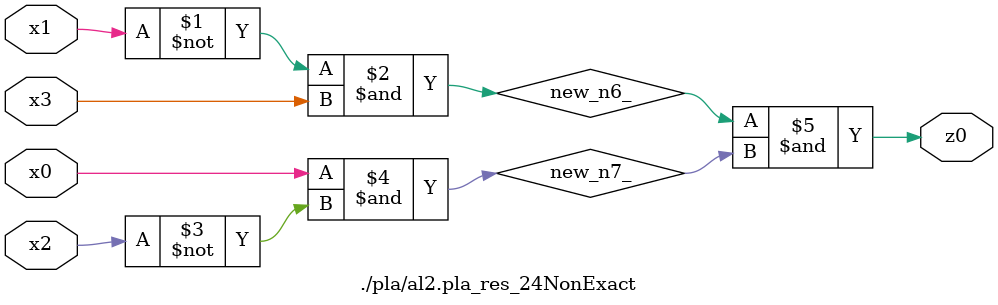
<source format=v>

module \./pla/al2.pla_res_24NonExact  ( 
    x0, x1, x2, x3,
    z0  );
  input  x0, x1, x2, x3;
  output z0;
  wire new_n6_, new_n7_;
  assign new_n6_ = ~x1 & x3;
  assign new_n7_ = x0 & ~x2;
  assign z0 = new_n6_ & new_n7_;
endmodule



</source>
